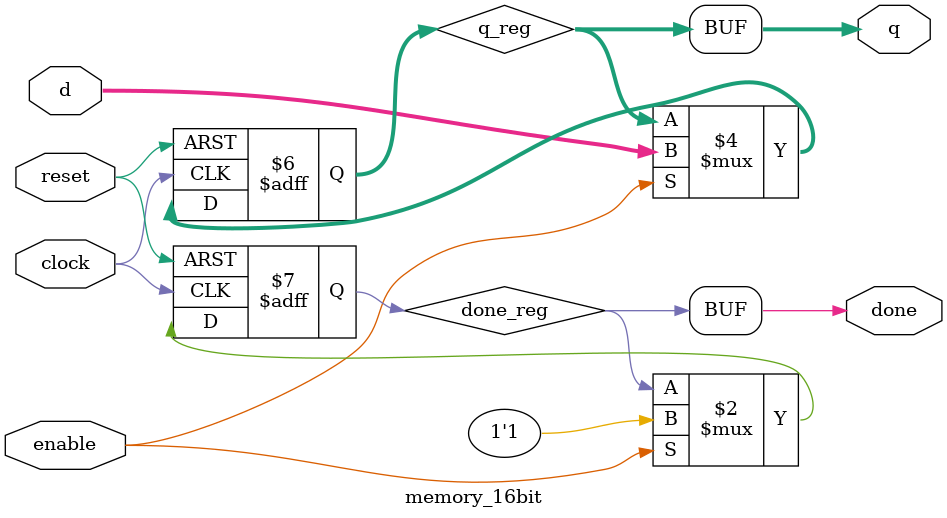
<source format=v>
module memory_1bit (
    input d,
    input reset,
    input clock,
    input enable,
    output q, done
);

reg d_reg;

always @(posedge clock or posedge reset) begin
    if (reset) begin
        d_reg <= 1'b0;
    end else begin
        d_reg <= d;
    end
end

assign q = d_reg;

endmodule

module memory_8bit (
    input [7:0] a,
    input [7:0] w,
    input reset, 
    input clock,
    output reg [7:0] q,
    output reg done,
    input enable
);

reg [7:0] d;

always @(posedge clock or posedge reset) begin
    if (reset) begin
        done <= 1'b0;
        d <= 8'b0;
    end else begin
        if (enable) begin
        d <= a;
        done <= 1'b1;
        end
    end

    if (d != 8'h01)begin 
        q <= d;
        done <= 1'b1;
    end else begin 
        q <= w;
        done <= 1'b1;
    end
end

endmodule

module memory_16bit (
    input [15:0] d,         //input masukan
    input reset,
    input clock,
    input enable,
    output [15:0] q,       //output
    output done
);

reg [15:0] q_reg;
reg done_reg;

always @(posedge clock or posedge reset) begin
    if (reset) begin
        q_reg <= 16'b0;
        done_reg <= 1'b0;
    end else begin
        if (enable) begin
            q_reg <= d;
            done_reg <= 1'b1;
        end
    end
end

assign q = q_reg;
assign done = done_reg;

endmodule


</source>
